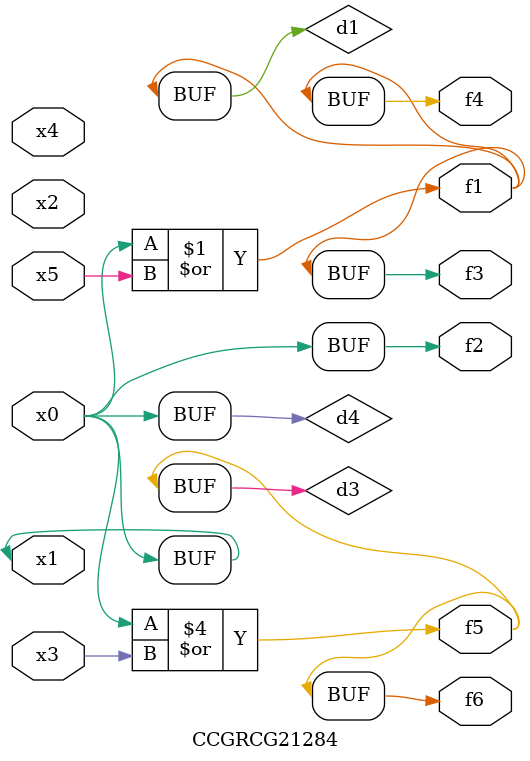
<source format=v>
module CCGRCG21284(
	input x0, x1, x2, x3, x4, x5,
	output f1, f2, f3, f4, f5, f6
);

	wire d1, d2, d3, d4;

	or (d1, x0, x5);
	xnor (d2, x1, x4);
	or (d3, x0, x3);
	buf (d4, x0, x1);
	assign f1 = d1;
	assign f2 = d4;
	assign f3 = d1;
	assign f4 = d1;
	assign f5 = d3;
	assign f6 = d3;
endmodule

</source>
